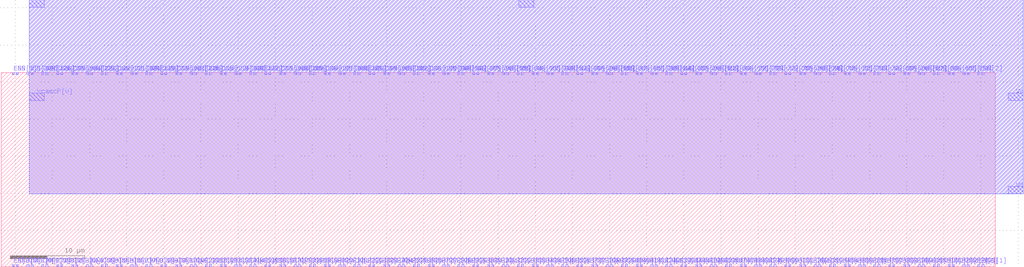
<source format=lef>
VERSION 5.7 ;
  NOWIREEXTENSIONATPIN ON ;
  DIVIDERCHAR "/" ;
  BUSBITCHARS "[]" ;
MACRO DAC2U128OUT4IN_PINS
CLASS BLOCK ;
  FOREIGN DAC2U128OUT4IN_PINS ;
  ORIGIN 1.900 4.910 ;
  SIZE 133.800 BY 26.190 ;
PIN ON[64]
    PORT
      LAYER Metal2 ;
        RECT 128.130 20.990 128.420 21.280 ;
    END
  END ON[64]
PIN ONB[64]
    PORT
      LAYER Metal2 ;
        RECT 127.580 20.990 127.870 21.280 ;
    END
  END ONB[64]
PIN ON[65]
    PORT
      LAYER Metal2 ;
        RECT 126.130 20.990 126.420 21.280 ;
    END
  END ON[65]
PIN ONB[65]
    PORT
      LAYER Metal2 ;
        RECT 125.580 20.990 125.870 21.280 ;
    END
  END ONB[65]
PIN ON[66]
    PORT
      LAYER Metal2 ;
        RECT 124.130 20.990 124.420 21.280 ;
    END
  END ON[66]
PIN ONB[66]
    PORT
      LAYER Metal2 ;
        RECT 123.580 20.990 123.870 21.280 ;
    END
  END ONB[66]
PIN ON[67]
    PORT
      LAYER Metal2 ;
        RECT 122.130 20.990 122.420 21.280 ;
    END
  END ON[67]
PIN ONB[67]
    PORT
      LAYER Metal2 ;
        RECT 121.580 20.990 121.870 21.280 ;
    END
  END ONB[67]
PIN ON[68]
    PORT
      LAYER Metal2 ;
        RECT 120.130 20.990 120.420 21.280 ;
    END
  END ON[68]
PIN ONB[68]
    PORT
      LAYER Metal2 ;
        RECT 119.580 20.990 119.870 21.280 ;
    END
  END ONB[68]
PIN ON[69]
    PORT
      LAYER Metal2 ;
        RECT 118.130 20.990 118.420 21.280 ;
    END
  END ON[69]
PIN ONB[69]
    PORT
      LAYER Metal2 ;
        RECT 117.580 20.990 117.870 21.280 ;
    END
  END ONB[69]
PIN ON[70]
    PORT
      LAYER Metal2 ;
        RECT 116.130 20.990 116.420 21.280 ;
    END
  END ON[70]
PIN ONB[70]
    PORT
      LAYER Metal2 ;
        RECT 115.580 20.990 115.870 21.280 ;
    END
  END ONB[70]
PIN ON[71]
    PORT
      LAYER Metal2 ;
        RECT 114.130 20.990 114.420 21.280 ;
    END
  END ON[71]
PIN ONB[71]
    PORT
      LAYER Metal2 ;
        RECT 113.580 20.990 113.870 21.280 ;
    END
  END ONB[71]
PIN ON[72]
    PORT
      LAYER Metal2 ;
        RECT 112.130 20.990 112.420 21.280 ;
    END
  END ON[72]
PIN ONB[72]
    PORT
      LAYER Metal2 ;
        RECT 111.580 20.990 111.870 21.280 ;
    END
  END ONB[72]
PIN ON[73]
    PORT
      LAYER Metal2 ;
        RECT 110.130 20.990 110.420 21.280 ;
    END
  END ON[73]
PIN ONB[73]
    PORT
      LAYER Metal2 ;
        RECT 109.580 20.990 109.870 21.280 ;
    END
  END ONB[73]
PIN ON[74]
    PORT
      LAYER Metal2 ;
        RECT 108.130 20.990 108.420 21.280 ;
    END
  END ON[74]
PIN ONB[74]
    PORT
      LAYER Metal2 ;
        RECT 107.580 20.990 107.870 21.280 ;
    END
  END ONB[74]
PIN ON[75]
    PORT
      LAYER Metal2 ;
        RECT 106.130 20.990 106.420 21.280 ;
    END
  END ON[75]
PIN ONB[75]
    PORT
      LAYER Metal2 ;
        RECT 105.580 20.990 105.870 21.280 ;
    END
  END ONB[75]
PIN ON[76]
    PORT
      LAYER Metal2 ;
        RECT 104.130 20.990 104.420 21.280 ;
    END
  END ON[76]
PIN ONB[76]
    PORT
      LAYER Metal2 ;
        RECT 103.580 20.990 103.870 21.280 ;
    END
  END ONB[76]
PIN ON[77]
    PORT
      LAYER Metal2 ;
        RECT 102.130 20.990 102.420 21.280 ;
    END
  END ON[77]
PIN ONB[77]
    PORT
      LAYER Metal2 ;
        RECT 101.580 20.990 101.870 21.280 ;
    END
  END ONB[77]
PIN ON[78]
    PORT
      LAYER Metal2 ;
        RECT 100.130 20.990 100.420 21.280 ;
    END
  END ON[78]
PIN ONB[78]
    PORT
      LAYER Metal2 ;
        RECT 99.580 20.990 99.870 21.280 ;
    END
  END ONB[78]
PIN ON[79]
    PORT
      LAYER Metal2 ;
        RECT 98.130 20.990 98.420 21.280 ;
    END
  END ON[79]
PIN ONB[79]
    PORT
      LAYER Metal2 ;
        RECT 97.580 20.990 97.870 21.280 ;
    END
  END ONB[79]
PIN ON[80]
    PORT
      LAYER Metal2 ;
        RECT 96.130 20.990 96.420 21.280 ;
    END
  END ON[80]
PIN ONB[80]
    PORT
      LAYER Metal2 ;
        RECT 95.580 20.990 95.870 21.280 ;
    END
  END ONB[80]
PIN ON[81]
    PORT
      LAYER Metal2 ;
        RECT 94.130 20.990 94.420 21.280 ;
    END
  END ON[81]
PIN ONB[81]
    PORT
      LAYER Metal2 ;
        RECT 93.580 20.990 93.870 21.280 ;
    END
  END ONB[81]
PIN ON[82]
    PORT
      LAYER Metal2 ;
        RECT 92.130 20.990 92.420 21.280 ;
    END
  END ON[82]
PIN ONB[82]
    PORT
      LAYER Metal2 ;
        RECT 91.580 20.990 91.870 21.280 ;
    END
  END ONB[82]
PIN ON[83]
    PORT
      LAYER Metal2 ;
        RECT 90.130 20.990 90.420 21.280 ;
    END
  END ON[83]
PIN ONB[83]
    PORT
      LAYER Metal2 ;
        RECT 89.580 20.990 89.870 21.280 ;
    END
  END ONB[83]
PIN ON[84]
    PORT
      LAYER Metal2 ;
        RECT 88.130 20.990 88.420 21.280 ;
    END
  END ON[84]
PIN ONB[84]
    PORT
      LAYER Metal2 ;
        RECT 87.580 20.990 87.870 21.280 ;
    END
  END ONB[84]
PIN ON[85]
    PORT
      LAYER Metal2 ;
        RECT 86.130 20.990 86.420 21.280 ;
    END
  END ON[85]
PIN ONB[85]
    PORT
      LAYER Metal2 ;
        RECT 85.580 20.990 85.870 21.280 ;
    END
  END ONB[85]
PIN ON[86]
    PORT
      LAYER Metal2 ;
        RECT 84.130 20.990 84.420 21.280 ;
    END
  END ON[86]
PIN ONB[86]
    PORT
      LAYER Metal2 ;
        RECT 83.580 20.990 83.870 21.280 ;
    END
  END ONB[86]
PIN ON[87]
    PORT
      LAYER Metal2 ;
        RECT 82.130 20.990 82.420 21.280 ;
    END
  END ON[87]
PIN ONB[87]
    PORT
      LAYER Metal2 ;
        RECT 81.580 20.990 81.870 21.280 ;
    END
  END ONB[87]
PIN ON[88]
    PORT
      LAYER Metal2 ;
        RECT 80.130 20.990 80.420 21.280 ;
    END
  END ON[88]
PIN ONB[88]
    PORT
      LAYER Metal2 ;
        RECT 79.580 20.990 79.870 21.280 ;
    END
  END ONB[88]
PIN ON[89]
    PORT
      LAYER Metal2 ;
        RECT 78.130 20.990 78.420 21.280 ;
    END
  END ON[89]
PIN ONB[89]
    PORT
      LAYER Metal2 ;
        RECT 77.580 20.990 77.870 21.280 ;
    END
  END ONB[89]
PIN ON[90]
    PORT
      LAYER Metal2 ;
        RECT 76.130 20.990 76.420 21.280 ;
    END
  END ON[90]
PIN ONB[90]
    PORT
      LAYER Metal2 ;
        RECT 75.580 20.990 75.870 21.280 ;
    END
  END ONB[90]
PIN ON[91]
    PORT
      LAYER Metal2 ;
        RECT 74.130 20.990 74.420 21.280 ;
    END
  END ON[91]
PIN ONB[91]
    PORT
      LAYER Metal2 ;
        RECT 73.580 20.990 73.870 21.280 ;
    END
  END ONB[91]
PIN ON[92]
    PORT
      LAYER Metal2 ;
        RECT 72.130 20.990 72.420 21.280 ;
    END
  END ON[92]
PIN ONB[92]
    PORT
      LAYER Metal2 ;
        RECT 71.580 20.990 71.870 21.280 ;
    END
  END ONB[92]
PIN ON[93]
    PORT
      LAYER Metal2 ;
        RECT 70.130 20.990 70.420 21.280 ;
    END
  END ON[93]
PIN ONB[93]
    PORT
      LAYER Metal2 ;
        RECT 69.580 20.990 69.870 21.280 ;
    END
  END ONB[93]
PIN ON[94]
    PORT
      LAYER Metal2 ;
        RECT 68.130 20.990 68.420 21.280 ;
    END
  END ON[94]
PIN ONB[94]
    PORT
      LAYER Metal2 ;
        RECT 67.580 20.990 67.870 21.280 ;
    END
  END ONB[94]
PIN ON[95]
    PORT
      LAYER Metal2 ;
        RECT 66.130 20.990 66.420 21.280 ;
    END
  END ON[95]
PIN ONB[95]
    PORT
      LAYER Metal2 ;
        RECT 65.580 20.990 65.870 21.280 ;
    END
  END ONB[95]
PIN EN[2]
    PORT
      LAYER Metal2 ;
        RECT 130.130 20.990 130.420 21.280 ;
    END
  END EN[2]
PIN ENB[2]
    PORT
      LAYER Metal2 ;
        RECT 129.580 20.990 129.870 21.280 ;
    END
  END ENB[2]
PIN ON[97]
    PORT
      LAYER Metal2 ;
        RECT 62.130 20.990 62.420 21.280 ;
    END
  END ON[97]
PIN ONB[97]
    PORT
      LAYER Metal2 ;
        RECT 61.580 20.990 61.870 21.280 ;
    END
  END ONB[97]
PIN ON[98]
    PORT
      LAYER Metal2 ;
        RECT 60.130 20.990 60.420 21.280 ;
    END
  END ON[98]
PIN ONB[98]
    PORT
      LAYER Metal2 ;
        RECT 59.580 20.990 59.870 21.280 ;
    END
  END ONB[98]
PIN ON[99]
    PORT
      LAYER Metal2 ;
        RECT 58.130 20.990 58.420 21.280 ;
    END
  END ON[99]
PIN ONB[99]
    PORT
      LAYER Metal2 ;
        RECT 57.580 20.990 57.870 21.280 ;
    END
  END ONB[99]
PIN ON[100]
    PORT
      LAYER Metal2 ;
        RECT 56.130 20.990 56.420 21.280 ;
    END
  END ON[100]
PIN ONB[100]
    PORT
      LAYER Metal2 ;
        RECT 55.580 20.990 55.870 21.280 ;
    END
  END ONB[100]
PIN ON[101]
    PORT
      LAYER Metal2 ;
        RECT 54.130 20.990 54.420 21.280 ;
    END
  END ON[101]
PIN ONB[101]
    PORT
      LAYER Metal2 ;
        RECT 53.580 20.990 53.870 21.280 ;
    END
  END ONB[101]
PIN ON[102]
    PORT
      LAYER Metal2 ;
        RECT 52.130 20.990 52.420 21.280 ;
    END
  END ON[102]
PIN ONB[102]
    PORT
      LAYER Metal2 ;
        RECT 51.580 20.990 51.870 21.280 ;
    END
  END ONB[102]
PIN ON[103]
    PORT
      LAYER Metal2 ;
        RECT 50.130 20.990 50.420 21.280 ;
    END
  END ON[103]
PIN ONB[103]
    PORT
      LAYER Metal2 ;
        RECT 49.580 20.990 49.870 21.280 ;
    END
  END ONB[103]
PIN ON[104]
    PORT
      LAYER Metal2 ;
        RECT 48.130 20.990 48.420 21.280 ;
    END
  END ON[104]
PIN ONB[104]
    PORT
      LAYER Metal2 ;
        RECT 47.580 20.990 47.870 21.280 ;
    END
  END ONB[104]
PIN ON[105]
    PORT
      LAYER Metal2 ;
        RECT 46.130 20.990 46.420 21.280 ;
    END
  END ON[105]
PIN ONB[105]
    PORT
      LAYER Metal2 ;
        RECT 45.580 20.990 45.870 21.280 ;
    END
  END ONB[105]
PIN ON[106]
    PORT
      LAYER Metal2 ;
        RECT 44.130 20.990 44.420 21.280 ;
    END
  END ON[106]
PIN ONB[106]
    PORT
      LAYER Metal2 ;
        RECT 43.580 20.990 43.870 21.280 ;
    END
  END ONB[106]
PIN ON[107]
    PORT
      LAYER Metal2 ;
        RECT 42.130 20.990 42.420 21.280 ;
    END
  END ON[107]
PIN ONB[107]
    PORT
      LAYER Metal2 ;
        RECT 41.580 20.990 41.870 21.280 ;
    END
  END ONB[107]
PIN ON[108]
    PORT
      LAYER Metal2 ;
        RECT 40.130 20.990 40.420 21.280 ;
    END
  END ON[108]
PIN ONB[108]
    PORT
      LAYER Metal2 ;
        RECT 39.580 20.990 39.870 21.280 ;
    END
  END ONB[108]
PIN ON[109]
    PORT
      LAYER Metal2 ;
        RECT 38.130 20.990 38.420 21.280 ;
    END
  END ON[109]
PIN ONB[109]
    PORT
      LAYER Metal2 ;
        RECT 37.580 20.990 37.870 21.280 ;
    END
  END ONB[109]
PIN ON[110]
    PORT
      LAYER Metal2 ;
        RECT 36.130 20.990 36.420 21.280 ;
    END
  END ON[110]
PIN ONB[110]
    PORT
      LAYER Metal2 ;
        RECT 35.580 20.990 35.870 21.280 ;
    END
  END ONB[110]
PIN ON[111]
    PORT
      LAYER Metal2 ;
        RECT 34.130 20.990 34.420 21.280 ;
    END
  END ON[111]
PIN ONB[111]
    PORT
      LAYER Metal2 ;
        RECT 33.580 20.990 33.870 21.280 ;
    END
  END ONB[111]
PIN ON[112]
    PORT
      LAYER Metal2 ;
        RECT 32.130 20.990 32.420 21.280 ;
    END
  END ON[112]
PIN ONB[112]
    PORT
      LAYER Metal2 ;
        RECT 31.580 20.990 31.870 21.280 ;
    END
  END ONB[112]
PIN ON[113]
    PORT
      LAYER Metal2 ;
        RECT 30.130 20.990 30.420 21.280 ;
    END
  END ON[113]
PIN ONB[113]
    PORT
      LAYER Metal2 ;
        RECT 29.580 20.990 29.870 21.280 ;
    END
  END ONB[113]
PIN ON[114]
    PORT
      LAYER Metal2 ;
        RECT 28.130 20.990 28.420 21.280 ;
    END
  END ON[114]
PIN ONB[114]
    PORT
      LAYER Metal2 ;
        RECT 27.580 20.990 27.870 21.280 ;
    END
  END ONB[114]
PIN ON[115]
    PORT
      LAYER Metal2 ;
        RECT 26.130 20.990 26.420 21.280 ;
    END
  END ON[115]
PIN ONB[115]
    PORT
      LAYER Metal2 ;
        RECT 25.580 20.990 25.870 21.280 ;
    END
  END ONB[115]
PIN ON[116]
    PORT
      LAYER Metal2 ;
        RECT 24.130 20.990 24.420 21.280 ;
    END
  END ON[116]
PIN ONB[116]
    PORT
      LAYER Metal2 ;
        RECT 23.580 20.990 23.870 21.280 ;
    END
  END ONB[116]
PIN ON[117]
    PORT
      LAYER Metal2 ;
        RECT 22.130 20.990 22.420 21.280 ;
    END
  END ON[117]
PIN ONB[117]
    PORT
      LAYER Metal2 ;
        RECT 21.580 20.990 21.870 21.280 ;
    END
  END ONB[117]
PIN ON[118]
    PORT
      LAYER Metal2 ;
        RECT 20.130 20.990 20.420 21.280 ;
    END
  END ON[118]
PIN ONB[118]
    PORT
      LAYER Metal2 ;
        RECT 19.580 20.990 19.870 21.280 ;
    END
  END ONB[118]
PIN ON[119]
    PORT
      LAYER Metal2 ;
        RECT 18.130 20.990 18.420 21.280 ;
    END
  END ON[119]
PIN ONB[119]
    PORT
      LAYER Metal2 ;
        RECT 17.580 20.990 17.870 21.280 ;
    END
  END ONB[119]
PIN ON[120]
    PORT
      LAYER Metal2 ;
        RECT 16.130 20.990 16.420 21.280 ;
    END
  END ON[120]
PIN ONB[120]
    PORT
      LAYER Metal2 ;
        RECT 15.580 20.990 15.870 21.280 ;
    END
  END ONB[120]
PIN ON[121]
    PORT
      LAYER Metal2 ;
        RECT 14.130 20.990 14.420 21.280 ;
    END
  END ON[121]
PIN ONB[121]
    PORT
      LAYER Metal2 ;
        RECT 13.580 20.990 13.870 21.280 ;
    END
  END ONB[121]
PIN ON[122]
    PORT
      LAYER Metal2 ;
        RECT 12.130 20.990 12.420 21.280 ;
    END
  END ON[122]
PIN ONB[122]
    PORT
      LAYER Metal2 ;
        RECT 11.580 20.990 11.870 21.280 ;
    END
  END ONB[122]
PIN ON[123]
    PORT
      LAYER Metal2 ;
        RECT 10.130 20.990 10.420 21.280 ;
    END
  END ON[123]
PIN ONB[123]
    PORT
      LAYER Metal2 ;
        RECT 9.580 20.990 9.870 21.280 ;
    END
  END ONB[123]
PIN ON[124]
    PORT
      LAYER Metal2 ;
        RECT 8.130 20.990 8.420 21.280 ;
    END
  END ON[124]
PIN ONB[124]
    PORT
      LAYER Metal2 ;
        RECT 7.580 20.990 7.870 21.280 ;
    END
  END ONB[124]
PIN ON[125]
    PORT
      LAYER Metal2 ;
        RECT 6.130 20.990 6.420 21.280 ;
    END
  END ON[125]
PIN ONB[125]
    PORT
      LAYER Metal2 ;
        RECT 5.580 20.990 5.870 21.280 ;
    END
  END ONB[125]
PIN ON[126]
    PORT
      LAYER Metal2 ;
        RECT 4.130 20.990 4.420 21.280 ;
    END
  END ON[126]
PIN ONB[126]
    PORT
      LAYER Metal2 ;
        RECT 3.580 20.990 3.870 21.280 ;
    END
  END ONB[126]
PIN ON[127]
    PORT
      LAYER Metal2 ;
        RECT 2.130 20.990 2.420 21.280 ;
    END
  END ON[127]
PIN ONB[127]
    PORT
      LAYER Metal2 ;
        RECT 1.580 20.990 1.870 21.280 ;
    END
  END ONB[127]
PIN ON[96]
    PORT
      LAYER Metal2 ;
        RECT 64.130 20.990 64.420 21.280 ;
    END
  END ON[96]
PIN ONB[96]
    PORT
      LAYER Metal2 ;
        RECT 63.580 20.990 63.870 21.280 ;
    END
  END ONB[96]
PIN EN[3]
    PORT
      LAYER Metal2 ;
        RECT 0.130 20.990 0.420 21.280 ;
    END
  END EN[3]
PIN ENB[3]
    PORT
      LAYER Metal2 ;
        RECT -0.420 20.990 -0.130 21.280 ;
    END
  END ENB[3]
PIN ON[0]
    PORT
      LAYER Metal2 ;
        RECT 1.580 -4.910 1.870 -4.620 ;
    END
  END ON[0]
PIN ONB[0]
    PORT
      LAYER Metal2 ;
        RECT 2.130 -4.910 2.420 -4.620 ;
    END
  END ONB[0]
PIN ON[1]
    PORT
      LAYER Metal2 ;
        RECT 3.580 -4.910 3.870 -4.620 ;
    END
  END ON[1]
PIN ONB[1]
    PORT
      LAYER Metal2 ;
        RECT 4.130 -4.910 4.420 -4.620 ;
    END
  END ONB[1]
PIN ON[2]
    PORT
      LAYER Metal2 ;
        RECT 5.580 -4.910 5.870 -4.620 ;
    END
  END ON[2]
PIN ONB[2]
    PORT
      LAYER Metal2 ;
        RECT 6.130 -4.910 6.420 -4.620 ;
    END
  END ONB[2]
PIN ON[3]
    PORT
      LAYER Metal2 ;
        RECT 7.580 -4.910 7.870 -4.620 ;
    END
  END ON[3]
PIN ONB[3]
    PORT
      LAYER Metal2 ;
        RECT 8.130 -4.910 8.420 -4.620 ;
    END
  END ONB[3]
PIN ON[4]
    PORT
      LAYER Metal2 ;
        RECT 9.580 -4.910 9.870 -4.620 ;
    END
  END ON[4]
PIN ONB[4]
    PORT
      LAYER Metal2 ;
        RECT 10.130 -4.910 10.420 -4.620 ;
    END
  END ONB[4]
PIN ON[5]
    PORT
      LAYER Metal2 ;
        RECT 11.580 -4.910 11.870 -4.620 ;
    END
  END ON[5]
PIN ONB[5]
    PORT
      LAYER Metal2 ;
        RECT 12.130 -4.910 12.420 -4.620 ;
    END
  END ONB[5]
PIN ON[6]
    PORT
      LAYER Metal2 ;
        RECT 13.580 -4.910 13.870 -4.620 ;
    END
  END ON[6]
PIN ONB[6]
    PORT
      LAYER Metal2 ;
        RECT 14.130 -4.910 14.420 -4.620 ;
    END
  END ONB[6]
PIN ON[7]
    PORT
      LAYER Metal2 ;
        RECT 15.580 -4.910 15.870 -4.620 ;
    END
  END ON[7]
PIN ONB[7]
    PORT
      LAYER Metal2 ;
        RECT 16.130 -4.910 16.420 -4.620 ;
    END
  END ONB[7]
PIN ON[8]
    PORT
      LAYER Metal2 ;
        RECT 17.580 -4.910 17.870 -4.620 ;
    END
  END ON[8]
PIN ONB[8]
    PORT
      LAYER Metal2 ;
        RECT 18.130 -4.910 18.420 -4.620 ;
    END
  END ONB[8]
PIN ON[9]
    PORT
      LAYER Metal2 ;
        RECT 19.580 -4.910 19.870 -4.620 ;
    END
  END ON[9]
PIN ONB[9]
    PORT
      LAYER Metal2 ;
        RECT 20.130 -4.910 20.420 -4.620 ;
    END
  END ONB[9]
PIN ON[10]
    PORT
      LAYER Metal2 ;
        RECT 21.580 -4.910 21.870 -4.620 ;
    END
  END ON[10]
PIN ONB[10]
    PORT
      LAYER Metal2 ;
        RECT 22.130 -4.910 22.420 -4.620 ;
    END
  END ONB[10]
PIN ON[11]
    PORT
      LAYER Metal2 ;
        RECT 23.580 -4.910 23.870 -4.620 ;
    END
  END ON[11]
PIN ONB[11]
    PORT
      LAYER Metal2 ;
        RECT 24.130 -4.910 24.420 -4.620 ;
    END
  END ONB[11]
PIN ON[12]
    PORT
      LAYER Metal2 ;
        RECT 25.580 -4.910 25.870 -4.620 ;
    END
  END ON[12]
PIN ONB[12]
    PORT
      LAYER Metal2 ;
        RECT 26.130 -4.910 26.420 -4.620 ;
    END
  END ONB[12]
PIN ON[13]
    PORT
      LAYER Metal2 ;
        RECT 27.580 -4.910 27.870 -4.620 ;
    END
  END ON[13]
PIN ONB[13]
    PORT
      LAYER Metal2 ;
        RECT 28.130 -4.910 28.420 -4.620 ;
    END
  END ONB[13]
PIN ON[14]
    PORT
      LAYER Metal2 ;
        RECT 29.580 -4.910 29.870 -4.620 ;
    END
  END ON[14]
PIN ONB[14]
    PORT
      LAYER Metal2 ;
        RECT 30.130 -4.910 30.420 -4.620 ;
    END
  END ONB[14]
PIN ON[15]
    PORT
      LAYER Metal2 ;
        RECT 31.580 -4.910 31.870 -4.620 ;
    END
  END ON[15]
PIN ONB[15]
    PORT
      LAYER Metal2 ;
        RECT 32.130 -4.910 32.420 -4.620 ;
    END
  END ONB[15]
PIN ON[16]
    PORT
      LAYER Metal2 ;
        RECT 33.580 -4.910 33.870 -4.620 ;
    END
  END ON[16]
PIN ONB[16]
    PORT
      LAYER Metal2 ;
        RECT 34.130 -4.910 34.420 -4.620 ;
    END
  END ONB[16]
PIN ON[17]
    PORT
      LAYER Metal2 ;
        RECT 35.580 -4.910 35.870 -4.620 ;
    END
  END ON[17]
PIN ONB[17]
    PORT
      LAYER Metal2 ;
        RECT 36.130 -4.910 36.420 -4.620 ;
    END
  END ONB[17]
PIN ON[18]
    PORT
      LAYER Metal2 ;
        RECT 37.580 -4.910 37.870 -4.620 ;
    END
  END ON[18]
PIN ONB[18]
    PORT
      LAYER Metal2 ;
        RECT 38.130 -4.910 38.420 -4.620 ;
    END
  END ONB[18]
PIN ON[19]
    PORT
      LAYER Metal2 ;
        RECT 39.580 -4.910 39.870 -4.620 ;
    END
  END ON[19]
PIN ONB[19]
    PORT
      LAYER Metal2 ;
        RECT 40.130 -4.910 40.420 -4.620 ;
    END
  END ONB[19]
PIN ON[20]
    PORT
      LAYER Metal2 ;
        RECT 41.580 -4.910 41.870 -4.620 ;
    END
  END ON[20]
PIN ONB[20]
    PORT
      LAYER Metal2 ;
        RECT 42.130 -4.910 42.420 -4.620 ;
    END
  END ONB[20]
PIN ON[21]
    PORT
      LAYER Metal2 ;
        RECT 43.580 -4.910 43.870 -4.620 ;
    END
  END ON[21]
PIN ONB[21]
    PORT
      LAYER Metal2 ;
        RECT 44.130 -4.910 44.420 -4.620 ;
    END
  END ONB[21]
PIN ON[22]
    PORT
      LAYER Metal2 ;
        RECT 45.580 -4.910 45.870 -4.620 ;
    END
  END ON[22]
PIN ONB[22]
    PORT
      LAYER Metal2 ;
        RECT 46.130 -4.910 46.420 -4.620 ;
    END
  END ONB[22]
PIN ON[23]
    PORT
      LAYER Metal2 ;
        RECT 47.580 -4.910 47.870 -4.620 ;
    END
  END ON[23]
PIN ONB[23]
    PORT
      LAYER Metal2 ;
        RECT 48.130 -4.910 48.420 -4.620 ;
    END
  END ONB[23]
PIN ON[24]
    PORT
      LAYER Metal2 ;
        RECT 49.580 -4.910 49.870 -4.620 ;
    END
  END ON[24]
PIN ONB[24]
    PORT
      LAYER Metal2 ;
        RECT 50.130 -4.910 50.420 -4.620 ;
    END
  END ONB[24]
PIN ON[25]
    PORT
      LAYER Metal2 ;
        RECT 51.580 -4.910 51.870 -4.620 ;
    END
  END ON[25]
PIN ONB[25]
    PORT
      LAYER Metal2 ;
        RECT 52.130 -4.910 52.420 -4.620 ;
    END
  END ONB[25]
PIN ON[26]
    PORT
      LAYER Metal2 ;
        RECT 53.580 -4.910 53.870 -4.620 ;
    END
  END ON[26]
PIN ONB[26]
    PORT
      LAYER Metal2 ;
        RECT 54.130 -4.910 54.420 -4.620 ;
    END
  END ONB[26]
PIN ON[27]
    PORT
      LAYER Metal2 ;
        RECT 55.580 -4.910 55.870 -4.620 ;
    END
  END ON[27]
PIN ONB[27]
    PORT
      LAYER Metal2 ;
        RECT 56.130 -4.910 56.420 -4.620 ;
    END
  END ONB[27]
PIN ON[28]
    PORT
      LAYER Metal2 ;
        RECT 57.580 -4.910 57.870 -4.620 ;
    END
  END ON[28]
PIN ONB[28]
    PORT
      LAYER Metal2 ;
        RECT 58.130 -4.910 58.420 -4.620 ;
    END
  END ONB[28]
PIN ON[29]
    PORT
      LAYER Metal2 ;
        RECT 59.580 -4.910 59.870 -4.620 ;
    END
  END ON[29]
PIN ONB[29]
    PORT
      LAYER Metal2 ;
        RECT 60.130 -4.910 60.420 -4.620 ;
    END
  END ONB[29]
PIN ON[30]
    PORT
      LAYER Metal2 ;
        RECT 61.580 -4.910 61.870 -4.620 ;
    END
  END ON[30]
PIN ONB[30]
    PORT
      LAYER Metal2 ;
        RECT 62.130 -4.910 62.420 -4.620 ;
    END
  END ONB[30]
PIN ON[31]
    PORT
      LAYER Metal2 ;
        RECT 63.580 -4.910 63.870 -4.620 ;
    END
  END ON[31]
PIN ONB[31]
    PORT
      LAYER Metal2 ;
        RECT 64.130 -4.910 64.420 -4.620 ;
    END
  END ONB[31]
PIN EN[0]
    PORT
      LAYER Metal2 ;
        RECT -0.420 -4.910 -0.130 -4.620 ;
    END
  END EN[0]
PIN ENB[0]
    PORT
      LAYER Metal2 ;
        RECT 0.130 -4.910 0.420 -4.620 ;
    END
  END ENB[0]
PIN ON[33]
    PORT
      LAYER Metal2 ;
        RECT 67.580 -4.910 67.870 -4.620 ;
    END
  END ON[33]
PIN ONB[33]
    PORT
      LAYER Metal2 ;
        RECT 68.130 -4.910 68.420 -4.620 ;
    END
  END ONB[33]
PIN ON[34]
    PORT
      LAYER Metal2 ;
        RECT 69.580 -4.910 69.870 -4.620 ;
    END
  END ON[34]
PIN ONB[34]
    PORT
      LAYER Metal2 ;
        RECT 70.130 -4.910 70.420 -4.620 ;
    END
  END ONB[34]
PIN ON[35]
    PORT
      LAYER Metal2 ;
        RECT 71.580 -4.910 71.870 -4.620 ;
    END
  END ON[35]
PIN ONB[35]
    PORT
      LAYER Metal2 ;
        RECT 72.130 -4.910 72.420 -4.620 ;
    END
  END ONB[35]
PIN ON[36]
    PORT
      LAYER Metal2 ;
        RECT 73.580 -4.910 73.870 -4.620 ;
    END
  END ON[36]
PIN ONB[36]
    PORT
      LAYER Metal2 ;
        RECT 74.130 -4.910 74.420 -4.620 ;
    END
  END ONB[36]
PIN ON[37]
    PORT
      LAYER Metal2 ;
        RECT 75.580 -4.910 75.870 -4.620 ;
    END
  END ON[37]
PIN ONB[37]
    PORT
      LAYER Metal2 ;
        RECT 76.130 -4.910 76.420 -4.620 ;
    END
  END ONB[37]
PIN ON[38]
    PORT
      LAYER Metal2 ;
        RECT 77.580 -4.910 77.870 -4.620 ;
    END
  END ON[38]
PIN ONB[38]
    PORT
      LAYER Metal2 ;
        RECT 78.130 -4.910 78.420 -4.620 ;
    END
  END ONB[38]
PIN ON[39]
    PORT
      LAYER Metal2 ;
        RECT 79.580 -4.910 79.870 -4.620 ;
    END
  END ON[39]
PIN ONB[39]
    PORT
      LAYER Metal2 ;
        RECT 80.130 -4.910 80.420 -4.620 ;
    END
  END ONB[39]
PIN ON[40]
    PORT
      LAYER Metal2 ;
        RECT 81.580 -4.910 81.870 -4.620 ;
    END
  END ON[40]
PIN ONB[40]
    PORT
      LAYER Metal2 ;
        RECT 82.130 -4.910 82.420 -4.620 ;
    END
  END ONB[40]
PIN ON[41]
    PORT
      LAYER Metal2 ;
        RECT 83.580 -4.910 83.870 -4.620 ;
    END
  END ON[41]
PIN ONB[41]
    PORT
      LAYER Metal2 ;
        RECT 84.130 -4.910 84.420 -4.620 ;
    END
  END ONB[41]
PIN ON[42]
    PORT
      LAYER Metal2 ;
        RECT 85.580 -4.910 85.870 -4.620 ;
    END
  END ON[42]
PIN ONB[42]
    PORT
      LAYER Metal2 ;
        RECT 86.130 -4.910 86.420 -4.620 ;
    END
  END ONB[42]
PIN ON[43]
    PORT
      LAYER Metal2 ;
        RECT 87.580 -4.910 87.870 -4.620 ;
    END
  END ON[43]
PIN ONB[43]
    PORT
      LAYER Metal2 ;
        RECT 88.130 -4.910 88.420 -4.620 ;
    END
  END ONB[43]
PIN ON[44]
    PORT
      LAYER Metal2 ;
        RECT 89.580 -4.910 89.870 -4.620 ;
    END
  END ON[44]
PIN ONB[44]
    PORT
      LAYER Metal2 ;
        RECT 90.130 -4.910 90.420 -4.620 ;
    END
  END ONB[44]
PIN ON[45]
    PORT
      LAYER Metal2 ;
        RECT 91.580 -4.910 91.870 -4.620 ;
    END
  END ON[45]
PIN ONB[45]
    PORT
      LAYER Metal2 ;
        RECT 92.130 -4.910 92.420 -4.620 ;
    END
  END ONB[45]
PIN ON[46]
    PORT
      LAYER Metal2 ;
        RECT 93.580 -4.910 93.870 -4.620 ;
    END
  END ON[46]
PIN ONB[46]
    PORT
      LAYER Metal2 ;
        RECT 94.130 -4.910 94.420 -4.620 ;
    END
  END ONB[46]
PIN ON[47]
    PORT
      LAYER Metal2 ;
        RECT 95.580 -4.910 95.870 -4.620 ;
    END
  END ON[47]
PIN ONB[47]
    PORT
      LAYER Metal2 ;
        RECT 96.130 -4.910 96.420 -4.620 ;
    END
  END ONB[47]
PIN ON[48]
    PORT
      LAYER Metal2 ;
        RECT 97.580 -4.910 97.870 -4.620 ;
    END
  END ON[48]
PIN ONB[48]
    PORT
      LAYER Metal2 ;
        RECT 98.130 -4.910 98.420 -4.620 ;
    END
  END ONB[48]
PIN ON[49]
    PORT
      LAYER Metal2 ;
        RECT 99.580 -4.910 99.870 -4.620 ;
    END
  END ON[49]
PIN ONB[49]
    PORT
      LAYER Metal2 ;
        RECT 100.130 -4.910 100.420 -4.620 ;
    END
  END ONB[49]
PIN ON[50]
    PORT
      LAYER Metal2 ;
        RECT 101.580 -4.910 101.870 -4.620 ;
    END
  END ON[50]
PIN ONB[50]
    PORT
      LAYER Metal2 ;
        RECT 102.130 -4.910 102.420 -4.620 ;
    END
  END ONB[50]
PIN ON[51]
    PORT
      LAYER Metal2 ;
        RECT 103.580 -4.910 103.870 -4.620 ;
    END
  END ON[51]
PIN ONB[51]
    PORT
      LAYER Metal2 ;
        RECT 104.130 -4.910 104.420 -4.620 ;
    END
  END ONB[51]
PIN ON[52]
    PORT
      LAYER Metal2 ;
        RECT 105.580 -4.910 105.870 -4.620 ;
    END
  END ON[52]
PIN ONB[52]
    PORT
      LAYER Metal2 ;
        RECT 106.130 -4.910 106.420 -4.620 ;
    END
  END ONB[52]
PIN ON[53]
    PORT
      LAYER Metal2 ;
        RECT 107.580 -4.910 107.870 -4.620 ;
    END
  END ON[53]
PIN ONB[53]
    PORT
      LAYER Metal2 ;
        RECT 108.130 -4.910 108.420 -4.620 ;
    END
  END ONB[53]
PIN ON[54]
    PORT
      LAYER Metal2 ;
        RECT 109.580 -4.910 109.870 -4.620 ;
    END
  END ON[54]
PIN ONB[54]
    PORT
      LAYER Metal2 ;
        RECT 110.130 -4.910 110.420 -4.620 ;
    END
  END ONB[54]
PIN ON[55]
    PORT
      LAYER Metal2 ;
        RECT 111.580 -4.910 111.870 -4.620 ;
    END
  END ON[55]
PIN ONB[55]
    PORT
      LAYER Metal2 ;
        RECT 112.130 -4.910 112.420 -4.620 ;
    END
  END ONB[55]
PIN ON[56]
    PORT
      LAYER Metal2 ;
        RECT 113.580 -4.910 113.870 -4.620 ;
    END
  END ON[56]
PIN ONB[56]
    PORT
      LAYER Metal2 ;
        RECT 114.130 -4.910 114.420 -4.620 ;
    END
  END ONB[56]
PIN ON[57]
    PORT
      LAYER Metal2 ;
        RECT 115.580 -4.910 115.870 -4.620 ;
    END
  END ON[57]
PIN ONB[57]
    PORT
      LAYER Metal2 ;
        RECT 116.130 -4.910 116.420 -4.620 ;
    END
  END ONB[57]
PIN ON[58]
    PORT
      LAYER Metal2 ;
        RECT 117.580 -4.910 117.870 -4.620 ;
    END
  END ON[58]
PIN ONB[58]
    PORT
      LAYER Metal2 ;
        RECT 118.130 -4.910 118.420 -4.620 ;
    END
  END ONB[58]
PIN ON[59]
    PORT
      LAYER Metal2 ;
        RECT 119.580 -4.910 119.870 -4.620 ;
    END
  END ON[59]
PIN ONB[59]
    PORT
      LAYER Metal2 ;
        RECT 120.130 -4.910 120.420 -4.620 ;
    END
  END ONB[59]
PIN ON[60]
    PORT
      LAYER Metal2 ;
        RECT 121.580 -4.910 121.870 -4.620 ;
    END
  END ON[60]
PIN ONB[60]
    PORT
      LAYER Metal2 ;
        RECT 122.130 -4.910 122.420 -4.620 ;
    END
  END ONB[60]
PIN ON[61]
    PORT
      LAYER Metal2 ;
        RECT 123.580 -4.910 123.870 -4.620 ;
    END
  END ON[61]
PIN ONB[61]
    PORT
      LAYER Metal2 ;
        RECT 124.130 -4.910 124.420 -4.620 ;
    END
  END ONB[61]
PIN ON[62]
    PORT
      LAYER Metal2 ;
        RECT 125.580 -4.910 125.870 -4.620 ;
    END
  END ON[62]
PIN ONB[62]
    PORT
      LAYER Metal2 ;
        RECT 126.130 -4.910 126.420 -4.620 ;
    END
  END ONB[62]
PIN ON[63]
    PORT
      LAYER Metal2 ;
        RECT 127.580 -4.910 127.870 -4.620 ;
    END
  END ON[63]
PIN ONB[63]
    PORT
      LAYER Metal2 ;
        RECT 128.130 -4.910 128.420 -4.620 ;
    END
  END ONB[63]
PIN ON[32]
    PORT
      LAYER Metal2 ;
        RECT 65.580 -4.910 65.870 -4.620 ;
    END
  END ON[32]
PIN ONB[32]
    PORT
      LAYER Metal2 ;
        RECT 66.130 -4.910 66.420 -4.620 ;
    END
  END ONB[32]
PIN EN[1]
    PORT
      LAYER Metal2 ;
        RECT 129.580 -4.910 129.870 -4.620 ;
    END
  END EN[1]
PIN ENB[1]
    PORT
      LAYER Metal2 ;
        RECT 130.130 -4.910 130.420 -4.620 ;
    END
  END ENB[1]
PIN VDD
    DIRECTION INOUT ;
    USE POWER ;
    PORT
      LAYER Metal2 ;
        RECT 1.900 30.100 3.900 31.100 ;
    END
  END VDD
  PIN VSS
    DIRECTION INOUT ;
    USE GROUND ;
    PORT
      LAYER Metal2 ;
        RECT 133.700 4.910 135.700 5.910 ;
    END
  END VSS
  PIN Iout
    DIRECTION INOUT ;
    USE SIGNAL ;
    PORT
      LAYER Metal2 ;
        RECT 67.800 30.100 69.800 31.100 ;
    END
  END Iout
  PIN VcascP[0]
    DIRECTION INOUT ;
    USE SIGNAL ;
    PORT
      LAYER Metal2 ;
        RECT 1.900 17.505 3.900 18.505 ;
    END
  END VcascP[0]
  PIN VcascP[1]
    DIRECTION INOUT ;
    USE SIGNAL ;
    PORT
      LAYER Metal2 ;
        RECT 133.700 17.505 135.700 18.505 ;
    END
  END VcascP[1]
OBS
    LAYER Metal1 ;
      RECT 1.900 4.910 135.700 31.100 ;
    LAYER Metal2 ;
      RECT 1.900 4.910 135.700 31.100 ;
    LAYER Metal3 ;
      RECT 1.900 4.910 135.700 31.100 ;
  END
END DAC2U128OUT4IN_PINS

</source>
